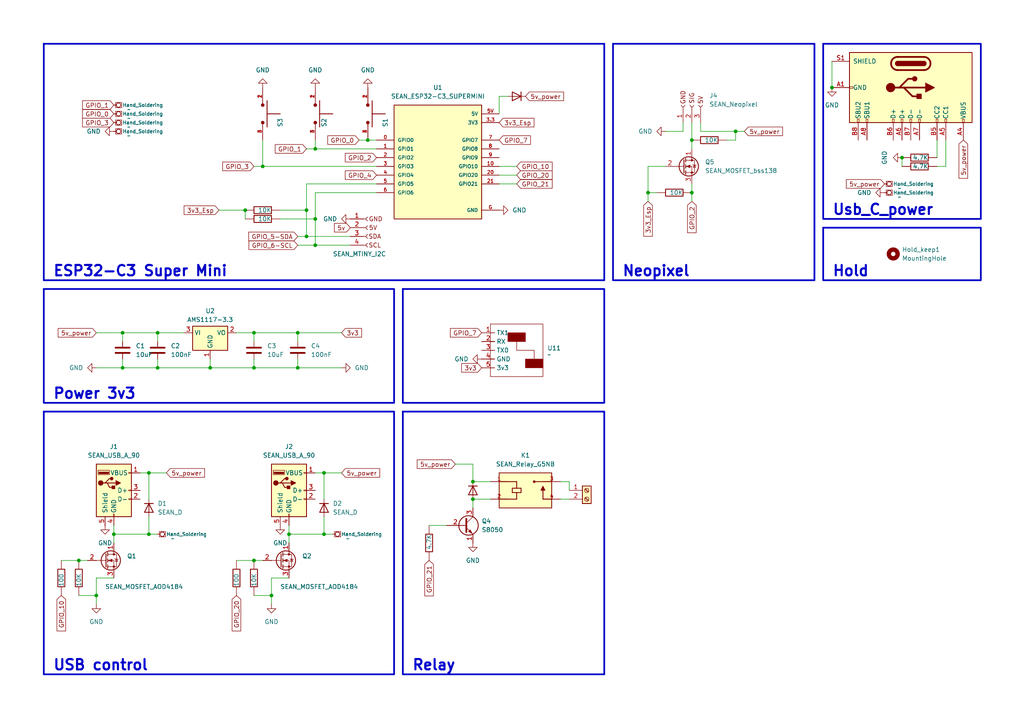
<source format=kicad_sch>
(kicad_sch (version 20231120) (generator "eeschema") (generator_version "8.0")
  (paper "A4")
  (title_block (title "HOMEKIT_TOOL") (date "2024-06-01") (rev "1.0.0"))
  (lib_symbols
    (symbol "Mechanical:MountingHole" (pin_names (offset 1.016)) (exclude_from_sim yes) (in_bom no)
      (property "Reference" "H" (at 0 5.08 0))
      (property "Value" "MountingHole" (at 0 3.175 0))
    )
    (symbol "Regulator_Linear:AMS1117-3.3"
      (property "Reference" "U" (at -3.81 3.175 0))
      (property "Value" "AMS1117-3.3" (at 0 3.175 0))
      (symbol "AMS1117-3.3_1_1"
        (pin power_in line (at 0 -7.62 90) (length 2.54) (name "GND") (number "1"))
        (pin power_out line (at 7.62 0 180) (length 2.54) (name "VO") (number "2"))
        (pin power_in line (at -7.62 0 0) (length 2.54) (name "VI") (number "3"))
      )
    )
    (symbol "SEAN_Device_sym:SEAN_Button_4.2x3.3_SMD_V1" (pin_names (offset 1.016))
      (property "Reference" "S" (at -5.08 6.35 0))
      (property "Value" "SEAN_Button_4.2x3.3_SMD_V1" (at -15.24 -5.08 0))
      (symbol "SEAN_Button_4.2x3.3_SMD_V1_0_0"
        (pin passive line (at -7.62 0 0) (length 5.08) (name "~") (number "1"))
        (pin passive line (at -7.62 0 0) (length 5.08) (name "~") (number "2"))
        (pin passive line (at 7.62 0 180) (length 5.08) (name "~") (number "3"))
        (pin passive line (at 7.62 0 180) (length 5.08) (name "~") (number "4"))
      )
    )
    (symbol "SEAN_Device_sym:SEAN_C" (pin_numbers hide) (pin_names (offset 0.254))
      (property "Reference" "C" (at 0.635 2.54 0))
      (property "Value" "SEAN_C" (at 0.635 -2.54 0))
      (symbol "SEAN_C_1_1"
        (pin passive line (at 0 2.54 270) (length 1.8) (name "~") (number "1"))
        (pin passive line (at 0 -2.54 90) (length 1.8) (name "~") (number "2"))
      )
    )
    (symbol "SEAN_Device_sym:SEAN_D" (pin_numbers hide) (pin_names (offset 1.016) hide)
      (property "Reference" "D" (at 0 2.54 0))
      (property "Value" "SEAN_D" (at 0 -2.54 0))
      (symbol "SEAN_D_1_1"
        (pin passive line (at -2.54 0 0) (length 2.54) (name "K") (number "1"))
        (pin passive line (at 2.54 0 180) (length 2.54) (name "A") (number "2"))
      )
    )
    (symbol "SEAN_Device_sym:SEAN_R" (pin_numbers hide) (pin_names (offset 0))
      (property "Reference" "R" (at 0 0 90))
      (property "Value" "R" (at 0 0 90))
      (symbol "SEAN_R_1_1"
        (pin passive line (at 0 5.08 270) (length 2.5) (name "~") (number "1"))
        (pin passive line (at 0 -5.08 90) (length 2.5) (name "~") (number "2"))
      )
    )
    (symbol "SEAN_ESP:SEAN_ESP32-C3_SUPERMINI" (pin_names (offset 1.016))
      (property "Reference" "U" (at -12.7 16.002 0))
      (property "Value" "SEAN_ESP32-C3_SUPERMINI" (at -12.7 -20.32 0))
      (symbol "SEAN_ESP32-C3_SUPERMINI_0_0"
        (pin bidirectional line (at -17.78 5.08 0) (length 5.08) (name "GPIO0") (number "0"))
        (pin bidirectional line (at -17.78 2.54 0) (length 5.08) (name "GPIO1") (number "1"))
        (pin bidirectional line (at 17.78 -2.54 180) (length 5.08) (name "GPIO10") (number "10"))
        (pin bidirectional line (at -17.78 0 0) (length 5.08) (name "GPIO2") (number "2"))
        (pin bidirectional line (at 17.78 -5.08 180) (length 5.08) (name "GPIO20") (number "20"))
        (pin bidirectional line (at 17.78 -7.62 180) (length 5.08) (name "GPIO21") (number "21"))
        (pin bidirectional line (at -17.78 -2.54 0) (length 5.08) (name "GPIO3") (number "3"))
        (pin power_in line (at 17.78 10.16 180) (length 5.08) (name "3V3") (number "3.3"))
        (pin bidirectional line (at -17.78 -5.08 0) (length 5.08) (name "GPIO4") (number "4"))
        (pin bidirectional line (at -17.78 -7.62 0) (length 5.08) (name "GPIO5") (number "5"))
        (pin power_in line (at 17.78 12.7 180) (length 5.08) (name "5V") (number "5V"))
        (pin bidirectional line (at -17.78 -10.16 0) (length 5.08) (name "GPIO6") (number "6"))
        (pin bidirectional line (at 17.78 5.08 180) (length 5.08) (name "GPIO7") (number "7"))
        (pin bidirectional line (at 17.78 2.54 180) (length 5.08) (name "GPIO8") (number "8"))
        (pin bidirectional line (at 17.78 0 180) (length 5.08) (name "GPIO9") (number "9"))
        (pin power_in line (at 17.78 -15.24 180) (length 5.08) (name "GND") (number "G"))
      )
    )
    (symbol "SEAN_MOSFET:SEAN_MOSFET_AOD4184" (pin_names hide)
      (property "Reference" "Q" (at 5.08 1.905 0))
      (property "Value" "SEAN_MOSFET_AOD4184" (at 5.08 0 0))
      (symbol "SEAN_MOSFET_AOD4184_1_1"
        (pin passive line (at 2.54 5.08 270) (length 2.54) (name "D") (number "1"))
        (pin input line (at -5.08 0 0) (length 2.54) (name "G") (number "2"))
        (pin passive line (at 2.54 -5.08 90) (length 2.54) (name "S") (number "3"))
      )
    )
    (symbol "SEAN_MOSFET:SEAN_MOSFET_bss138" (pin_names hide)
      (property "Reference" "Q" (at 5.08 1.905 0))
      (property "Value" "SEAN_MOSFET_bss138" (at 5.08 0 0))
      (symbol "SEAN_MOSFET_bss138_1_1"
        (pin passive line (at 2.54 5.08 270) (length 2.54) (name "D") (number "1"))
        (pin input line (at -5.08 0 0) (length 2.54) (name "G") (number "2"))
        (pin passive line (at 2.54 -5.08 90) (length 2.54) (name "S") (number "3"))
      )
    )
    (symbol "SEAN_Mtiny:SEAN_MTINY_I2C" (pin_names (offset 1.016) hide)
      (property "Reference" "J" (at 0 5.08 0))
      (property "Value" "SEAN_MTINY_I2C" (at 0 -7.62 0))
      (symbol "SEAN_MTINY_I2C_1_1"
        (text "5V\n" (at 1.524 0 0) (effects (font (size 1.27 1.27))))
        (text "GND\n" (at 2.286 2.54 0) (effects (font (size 1.27 1.27))))
        (text "SCL" (at 2.032 -5.08 0) (effects (font (size 1.27 1.27))))
        (text "SDA\n" (at 2.032 -2.54 0) (effects (font (size 1.27 1.27))))
        (pin passive line (at -5.08 2.54 0) (length 3.81) (name "GND") (number "1"))
        (pin passive line (at -5.08 0 0) (length 3.81) (name "5V") (number "2"))
        (pin passive line (at -5.08 -2.54 0) (length 3.81) (name "SDA") (number "3"))
        (pin passive line (at -5.08 -5.08 0) (length 3.81) (name "SCL") (number "4"))
      )
    )
    (symbol "SEAN_Mtiny:SEAN_Mtiny_Terminal_3.81" (pin_names (offset 1.016) hide)
      (property "Reference" "J" (at 0 2.54 0))
      (property "Value" "SEAN_Mtiny_Terminal_3.81" (at 0 -5.08 0))
      (symbol "SEAN_Mtiny_Terminal_3.81_1_1"
        (pin passive line (at -5.08 0 0) (length 3.81) (name "Pin_1") (number "1"))
        (pin passive line (at -5.08 -2.54 0) (length 3.81) (name "Pin_2") (number "2"))
      )
    )
    (symbol "SEAN_Relay:SEAN_Relay_G5NB" (pin_names (offset 1.016))
      (property "Reference" "K" (at -7.62 6.35 0))
      (property "Value" "SEAN_Relay_G5NB" (at -7.62 -7.62 0))
      (symbol "SEAN_Relay_G5NB_0_0"
        (pin passive line (at -10.16 2.54 0) (length 5.08) (name "~") (number "1"))
        (pin passive line (at -10.16 -2.54 0) (length 5.08) (name "~") (number "2"))
        (pin passive line (at 10.16 2.54 180) (length 5.08) (name "~") (number "3"))
        (pin passive line (at 10.16 -2.54 180) (length 5.08) (name "~") (number "4"))
      )
    )
    (symbol "SEAN_connect:SEAN_Hand_Solderring"
      (property "Reference" "U" (at 0 1.27 0))
      (symbol "SEAN_Hand_Solderring_1_1"
        (pin passive inverted (at 0 0 180) (length 2) (name "Hand_Soldering") (number "1"))
      )
    )
    (symbol "SEAN_connect:SEAN_Neopixel" (pin_names (offset 1.016) hide)
      (property "Reference" "J" (at 0 5.08 0))
      (property "Value" "SEAN_Neopixel" (at -0.254 0.254 0))
      (symbol "SEAN_Neopixel_1_1"
        (text "5V\n" (at 1.524 -2.54 0) (effects (font (size 1.27 1.27))))
        (text "GND\n" (at 2.286 2.54 0) (effects (font (size 1.27 1.27))))
        (text "SIG" (at 2.032 0 0) (effects (font (size 1.27 1.27))))
        (pin passive line (at -5.08 2.54 0) (length 3.81) (name "GND") (number "1"))
        (pin passive line (at -5.08 0 0) (length 3.81) (name "5V") (number "2"))
        (pin passive line (at -5.08 -2.54 0) (length 3.81) (name "SDA") (number "3"))
      )
    )
    (symbol "SEAN_connect:SEAN_USB_A_90" (pin_names (offset 1.016))
      (property "Reference" "J" (at -5.08 11.43 0))
      (property "Value" "SEAN_USB_A_90" (at -5.08 8.89 0))
      (symbol "SEAN_USB_A_90_1_1"
        (pin power_in line (at 7.62 5.08 180) (length 2.54) (name "VBUS") (number "1"))
        (pin bidirectional line (at 7.62 -2.54 180) (length 2.54) (name "D-") (number "2"))
        (pin bidirectional line (at 7.62 0 180) (length 2.54) (name "D+") (number "3"))
        (pin power_in line (at 0 -10.16 90) (length 2.54) (name "GND") (number "4"))
        (pin passive line (at -2.54 -10.16 90) (length 2.54) (name "Shield") (number "5"))
      )
    )
    (symbol "SEAN_connect:SEAN_USB_Type_C" (pin_names (offset 1.016))
      (property "Reference" "J" (at 0 22.225 0))
      (property "Value" "SEAN_USB_Type_C" (at 0 19.685 0))
      (symbol "SEAN_USB_Type_C_1_1"
        (pin passive line (at 0 -22.86 90) (length 5.08) (name "GND") (number "A1"))
        (pin passive line (at 0 -22.86 90) (length 5.08) hide (name "GND") (number "A12"))
        (pin passive line (at 15.24 15.24 180) (length 5.08) (name "VBUS") (number "A4"))
        (pin bidirectional line (at 15.24 10.16 180) (length 5.08) (name "CC1") (number "A5"))
        (pin bidirectional line (at 15.24 -2.54 180) (length 5.08) (name "D+") (number "A6"))
        (pin bidirectional line (at 15.24 2.54 180) (length 5.08) (name "D-") (number "A7"))
        (pin bidirectional line (at 15.24 -12.7 180) (length 5.08) (name "SBU1") (number "A8"))
        (pin passive line (at 15.24 15.24 180) (length 5.08) hide (name "VBUS") (number "A9"))
        (pin passive line (at 0 -22.86 90) (length 5.08) hide (name "GND") (number "B1"))
        (pin passive line (at 0 -22.86 90) (length 5.08) hide (name "GND") (number "B12"))
        (pin passive line (at 15.24 15.24 180) (length 5.08) hide (name "VBUS") (number "B4"))
        (pin bidirectional line (at 15.24 7.62 180) (length 5.08) (name "CC2") (number "B5"))
        (pin bidirectional line (at 15.24 -5.08 180) (length 5.08) (name "D+") (number "B6"))
        (pin bidirectional line (at 15.24 0 180) (length 5.08) (name "D-") (number "B7"))
        (pin bidirectional line (at 15.24 -15.24 180) (length 5.08) (name "SBU2") (number "B8"))
        (pin passive line (at 15.24 15.24 180) (length 5.08) hide (name "VBUS") (number "B9"))
        (pin passive line (at -7.62 -22.86 90) (length 5.08) (name "SHIELD") (number "S1"))
      )
    )
    (symbol "SEAN_mmWare:SEAN_mmWare_Rd-03"
      (property "Reference" "U" (at 0 0 0))
      (symbol "SEAN_mmWare_Rd-03_1_1"
        (pin passive line (at 0 5.08 0) (length 3.81) (name "TX1") (number "1"))
        (pin passive line (at 0 2.54 0) (length 3.81) (name "RX") (number "2"))
        (pin passive line (at 0 0 0) (length 3.81) (name "TX0") (number "3"))
        (pin passive line (at 0 -2.54 0) (length 3.81) (name "GND") (number "4"))
        (pin passive line (at 0 -5.08 0) (length 3.81) (name "3v3") (number "5"))
      )
    )
    (symbol "Transistor_BJT:S8050" (pin_names (offset 0) hide)
      (property "Reference" "Q" (at 5.08 1.905 0))
      (property "Value" "S8050" (at 5.08 0 0))
      (symbol "S8050_1_1"
        (pin passive line (at 2.54 -5.08 90) (length 2.54) (name "E") (number "1"))
        (pin input line (at -5.08 0 0) (length 5.08) (name "B") (number "2"))
        (pin passive line (at 2.54 5.08 270) (length 2.54) (name "C") (number "3"))
      )
    )
    (symbol "power:GND" (power) (pin_numbers hide) (pin_names (offset 0) hide)
      (property "Value" "GND" (at 0 -3.81 0))
      (symbol "GND_1_1"
        (pin power_in line (at 0 0 270) (length 0) (name "~") (number "1"))
      )
    )
  )
  (junction (at 261.62 45.72))
  (junction (at 93.98 154.94))
  (junction (at 43.18 154.94))
  (junction (at 200.66 40.64))
  (junction (at 33.02 154.94))
  (junction (at 213.36 38.1))
  (junction (at 73.66 162.56))
  (junction (at 35.56 96.52))
  (junction (at 106.68 40.64))
  (junction (at 83.82 154.94))
  (junction (at 88.9 60.96))
  (junction (at 45.72 96.52))
  (junction (at 241.3 25.4))
  (junction (at 76.2 48.26))
  (junction (at 137.16 144.78))
  (junction (at 86.36 106.68))
  (junction (at 91.44 43.18))
  (junction (at 91.44 71.12))
  (junction (at 73.66 96.52))
  (junction (at 78.74 172.72))
  (junction (at 137.16 139.7))
  (junction (at 73.66 106.68))
  (junction (at 43.18 137.16))
  (junction (at 60.96 106.68))
  (junction (at 35.56 106.68))
  (junction (at 93.98 137.16))
  (junction (at 91.44 63.5))
  (junction (at 71.12 60.96))
  (junction (at 86.36 96.52))
  (junction (at 88.9 68.58))
  (junction (at 27.94 172.72))
  (junction (at 22.86 162.56))
  (junction (at 187.96 55.88))
  (junction (at 45.72 106.68))
  (junction (at 200.66 55.88))
  (wire (pts (xy 60.96 106.68) (xy 45.72 106.68)))
  (wire (pts (xy 241.3 17.78) (xy 241.3 25.4)))
  (wire (pts (xy 73.66 106.68) (xy 60.96 106.68)))
  (wire (pts (xy 81.28 60.96) (xy 88.9 60.96)))
  (wire (pts (xy 137.16 147.32) (xy 137.16 144.78)))
  (wire (pts (xy 93.98 137.16) (xy 91.44 137.16)))
  (wire (pts (xy 27.94 96.52) (xy 35.56 96.52)))
  (wire (pts (xy 200.66 40.64) (xy 200.66 43.18)))
  (wire (pts (xy 33.02 154.94) (xy 43.18 154.94)))
  (wire (pts (xy 91.44 43.18) (xy 109.22 43.18)))
  (wire (pts (xy 210.82 40.64) (xy 213.36 40.64)))
  (wire (pts (xy 93.98 137.16) (xy 93.98 144.78)))
  (wire (pts (xy 27.94 167.64) (xy 33.02 167.64)))
  (wire (pts (xy 63.5 60.96) (xy 71.12 60.96)))
  (wire (pts (xy 261.62 45.72) (xy 261.62 48.26)))
  (wire (pts (xy 33.02 154.94) (xy 33.02 157.48)))
  (wire (pts (xy 86.36 104.14) (xy 86.36 106.68)))
  (wire (pts (xy 83.82 154.94) (xy 93.98 154.94)))
  (wire (pts (xy 132.08 134.62) (xy 137.16 134.62)))
  (wire (pts (xy 149.86 50.8) (xy 144.78 50.8)))
  (wire (pts (xy 73.66 162.56) (xy 76.2 162.56)))
  (wire (pts (xy 187.96 48.26) (xy 193.04 48.26)))
  (wire (pts (xy 35.56 96.52) (xy 45.72 96.52)))
  (wire (pts (xy 187.96 58.42) (xy 187.96 55.88)))
  (wire (pts (xy 43.18 137.16) (xy 40.64 137.16)))
  (wire (pts (xy 83.82 152.4) (xy 83.82 154.94)))
  (wire (pts (xy 88.9 53.34) (xy 88.9 60.96)))
  (wire (pts (xy 271.78 40.64) (xy 271.78 45.72)))
  (wire (pts (xy 78.74 172.72) (xy 78.74 167.64)))
  (wire (pts (xy 22.86 172.72) (xy 27.94 172.72)))
  (wire (pts (xy 149.86 48.26) (xy 144.78 48.26)))
  (wire (pts (xy 78.74 167.64) (xy 83.82 167.64)))
  (wire (pts (xy 33.02 152.4) (xy 33.02 154.94)))
  (wire (pts (xy 187.96 55.88) (xy 190.5 55.88)))
  (wire (pts (xy 45.72 106.68) (xy 35.56 106.68)))
  (wire (pts (xy 106.68 40.64) (xy 109.22 40.64)))
  (wire (pts (xy 93.98 137.16) (xy 99.06 137.16)))
  (wire (pts (xy 73.66 172.72) (xy 78.74 172.72)))
  (wire (pts (xy 45.72 96.52) (xy 53.34 96.52)))
  (wire (pts (xy 165.1 139.7) (xy 162.56 139.7)))
  (wire (pts (xy 86.36 96.52) (xy 99.06 96.52)))
  (wire (pts (xy 73.66 96.52) (xy 86.36 96.52)))
  (wire (pts (xy 35.56 104.14) (xy 35.56 106.68)))
  (wire (pts (xy 91.44 55.88) (xy 91.44 63.5)))
  (wire (pts (xy 200.66 58.42) (xy 200.66 55.88)))
  (wire (pts (xy 86.36 71.12) (xy 91.44 71.12)))
  (wire (pts (xy 88.9 60.96) (xy 88.9 68.58)))
  (wire (pts (xy 200.66 35.56) (xy 200.66 40.64)))
  (wire (pts (xy 86.36 106.68) (xy 99.06 106.68)))
  (wire (pts (xy 73.66 99.06) (xy 73.66 96.52)))
  (wire (pts (xy 45.72 104.14) (xy 45.72 106.68)))
  (wire (pts (xy 81.28 63.5) (xy 91.44 63.5)))
  (wire (pts (xy 200.66 55.88) (xy 200.66 53.34)))
  (wire (pts (xy 78.74 172.72) (xy 78.74 175.26)))
  (wire (pts (xy 91.44 55.88) (xy 109.22 55.88)))
  (wire (pts (xy 45.72 99.06) (xy 45.72 96.52)))
  (wire (pts (xy 144.78 27.94) (xy 144.78 33.02)))
  (wire (pts (xy 86.36 99.06) (xy 86.36 96.52)))
  (wire (pts (xy 45.72 154.94) (xy 43.18 154.94)))
  (wire (pts (xy 93.98 154.94) (xy 93.98 149.86)))
  (wire (pts (xy 91.44 71.12) (xy 101.6 71.12)))
  (wire (pts (xy 71.12 60.96) (xy 71.12 63.5)))
  (wire (pts (xy 93.98 154.94) (xy 96.52 154.94)))
  (wire (pts (xy 203.2 38.1) (xy 203.2 35.56)))
  (wire (pts (xy 149.86 53.34) (xy 144.78 53.34)))
  (wire (pts (xy 187.96 48.26) (xy 187.96 55.88)))
  (wire (pts (xy 198.12 38.1) (xy 198.12 35.56)))
  (wire (pts (xy 91.44 40.64) (xy 91.44 43.18)))
  (wire (pts (xy 73.66 48.26) (xy 76.2 48.26)))
  (wire (pts (xy 83.82 154.94) (xy 83.82 157.48)))
  (wire (pts (xy 27.94 167.64) (xy 27.94 172.72)))
  (wire (pts (xy 215.9 38.1) (xy 213.36 38.1)))
  (wire (pts (xy 213.36 38.1) (xy 203.2 38.1)))
  (wire (pts (xy 17.78 162.56) (xy 22.86 162.56)))
  (wire (pts (xy 76.2 48.26) (xy 109.22 48.26)))
  (wire (pts (xy 162.56 144.78) (xy 165.1 144.78)))
  (wire (pts (xy 27.94 172.72) (xy 27.94 175.26)))
  (wire (pts (xy 43.18 154.94) (xy 43.18 149.86)))
  (wire (pts (xy 124.46 152.4) (xy 129.54 152.4)))
  (wire (pts (xy 274.32 40.64) (xy 274.32 48.26)))
  (wire (pts (xy 137.16 134.62) (xy 137.16 139.7)))
  (wire (pts (xy 22.86 162.56) (xy 25.4 162.56)))
  (wire (pts (xy 73.66 104.14) (xy 73.66 106.68)))
  (wire (pts (xy 193.04 38.1) (xy 198.12 38.1)))
  (wire (pts (xy 86.36 68.58) (xy 88.9 68.58)))
  (wire (pts (xy 35.56 106.68) (xy 27.94 106.68)))
  (wire (pts (xy 137.16 144.78) (xy 142.24 144.78)))
  (wire (pts (xy 104.14 40.64) (xy 106.68 40.64)))
  (wire (pts (xy 86.36 106.68) (xy 73.66 106.68)))
  (wire (pts (xy 165.1 142.24) (xy 165.1 139.7)))
  (wire (pts (xy 68.58 162.56) (xy 73.66 162.56)))
  (wire (pts (xy 68.58 96.52) (xy 73.66 96.52)))
  (wire (pts (xy 88.9 53.34) (xy 109.22 53.34)))
  (wire (pts (xy 271.78 48.26) (xy 274.32 48.26)))
  (wire (pts (xy 76.2 40.64) (xy 76.2 48.26)))
  (wire (pts (xy 213.36 40.64) (xy 213.36 38.1)))
  (wire (pts (xy 144.78 27.94) (xy 147.32 27.94)))
  (wire (pts (xy 88.9 43.18) (xy 91.44 43.18)))
  (wire (pts (xy 43.18 137.16) (xy 48.26 137.16)))
  (wire (pts (xy 43.18 137.16) (xy 43.18 144.78)))
  (wire (pts (xy 35.56 99.06) (xy 35.56 96.52)))
  (wire (pts (xy 88.9 68.58) (xy 101.6 68.58)))
  (wire (pts (xy 137.16 139.7) (xy 142.24 139.7)))
  (wire (pts (xy 91.44 63.5) (xy 91.44 71.12)))
  (wire (pts (xy 60.96 104.14) (xy 60.96 106.68)))
  (rectangle (start 238.76 12.7) (end 284.48 63.5) (stroke (width 0.5)))
  (rectangle (start 238.76 66.04) (end 284.48 81.28) (stroke (width 0.5)))
  (rectangle (start 12.7 119.38) (end 114.3 195.58) (stroke (width 0.5)))
  (rectangle (start 12.7 12.7) (end 175.26 81.28) (stroke (width 0.5)))
  (rectangle (start 116.84 83.82) (end 175.26 116.84) (stroke (width 0.5)))
  (rectangle (start 116.84 119.38) (end 175.26 195.58) (stroke (width 0.5)))
  (rectangle (start 12.7 83.82) (end 114.3 116.84) (stroke (width 0.5)))
  (rectangle (start 177.8 12.7) (end 236.22 81.28) (stroke (width 0.5)))
  (text "Relay" (at 119.38 193.04 0) (effects (font (size 3 3) (thickness 0.6) (bold yes)) (justify left)))
  (text "Power 3v3" (at 15.24 114.3 0) (effects (font (size 3 3) (thickness 0.6) (bold yes)) (justify left)))
  (text "ESP32-C3 Super Mini\n" (at 15.24 78.74 0) (effects (font (size 3 3) (thickness 0.6) (bold yes)) (justify left)))
  (text "Hold\n" (at 241.3 78.74 0) (effects (font (size 3 3) (thickness 0.6) (bold yes)) (justify left)))
  (text "Usb_C_power" (at 241.3 60.96 0) (effects (font (size 3 3) (thickness 0.6) (bold yes)) (justify left)))
  (text "Neopixel" (at 180.34 78.74 0) (effects (font (size 3 3) (thickness 0.6) (bold yes)) (justify left)))
  (text "USB control" (at 15.24 193.04 0) (effects (font (size 3 3) (thickness 0.6) (bold yes)) (justify left)))
  (global_label "GPIO_20" (shape input) (at 68.58 172.72 270) (property "Intersheetrefs" "${INTERSHEET_REFS}" (effects (hide yes))))
  (global_label "GPIO_7" (shape input) (at 139.7 96.52 180) (property "Intersheetrefs" "${INTERSHEET_REFS}" (effects (hide yes))))
  (global_label "GPIO_0" (shape input) (at 104.14 40.64 180) (property "Intersheetrefs" "${INTERSHEET_REFS}" (effects (hide yes))))
  (global_label "GPIO_21" (shape input) (at 149.86 53.34 0) (property "Intersheetrefs" "${INTERSHEET_REFS}" (effects (hide yes))))
  (global_label "GPIO_10" (shape input) (at 149.86 48.26 0) (property "Intersheetrefs" "${INTERSHEET_REFS}" (effects (hide yes))))
  (global_label "5v" (shape input) (at 101.6 66.04 180) (property "Intersheetrefs" "${INTERSHEET_REFS}" (effects (hide yes))))
  (global_label "3v3" (shape input) (at 99.06 96.52 0) (property "Intersheetrefs" "${INTERSHEET_REFS}" (effects (hide yes))))
  (global_label "GPIO_5-SDA" (shape input) (at 86.36 68.58 180) (property "Intersheetrefs" "${INTERSHEET_REFS}" (effects (hide yes))))
  (global_label "5v_power" (shape input) (at 215.9 38.1 0) (property "Intersheetrefs" "${INTERSHEET_REFS}" (effects (hide yes))))
  (global_label "GPIO_2" (shape input) (at 200.66 58.42 270) (property "Intersheetrefs" "${INTERSHEET_REFS}" (effects (hide yes))))
  (global_label "GPIO_0" (shape input) (at 33.02 33.02 180) (property "Intersheetrefs" "${INTERSHEET_REFS}" (effects (hide yes))))
  (global_label "5v_power" (shape input) (at 132.08 134.62 180) (property "Intersheetrefs" "${INTERSHEET_REFS}" (effects (hide yes))))
  (global_label "GPIO_1" (shape input) (at 88.9 43.18 180) (property "Intersheetrefs" "${INTERSHEET_REFS}" (effects (hide yes))))
  (global_label "5v_power" (shape input) (at 152.4 27.94 0) (property "Intersheetrefs" "${INTERSHEET_REFS}" (effects (hide yes))))
  (global_label "GPIO_3" (shape input) (at 33.02 35.56 180) (property "Intersheetrefs" "${INTERSHEET_REFS}" (effects (hide yes))))
  (global_label "5v_power" (shape input) (at 256.54 53.34 180) (property "Intersheetrefs" "${INTERSHEET_REFS}" (effects (hide yes))))
  (global_label "5v_power" (shape input) (at 279.4 40.64 270) (property "Intersheetrefs" "${INTERSHEET_REFS}" (effects (hide yes))))
  (global_label "GPIO_10" (shape input) (at 17.78 172.72 270) (property "Intersheetrefs" "${INTERSHEET_REFS}" (effects (hide yes))))
  (global_label "GPIO_20" (shape input) (at 149.86 50.8 0) (property "Intersheetrefs" "${INTERSHEET_REFS}" (effects (hide yes))))
  (global_label "5v_power" (shape input) (at 27.94 96.52 180) (property "Intersheetrefs" "${INTERSHEET_REFS}" (effects (hide yes))))
  (global_label "5v_power" (shape input) (at 48.26 137.16 0) (property "Intersheetrefs" "${INTERSHEET_REFS}" (effects (hide yes))))
  (global_label "GPIO_2" (shape input) (at 109.22 45.72 180) (property "Intersheetrefs" "${INTERSHEET_REFS}" (effects (hide yes))))
  (global_label "3v3_Esp" (shape input) (at 63.5 60.96 180) (property "Intersheetrefs" "${INTERSHEET_REFS}" (effects (hide yes))))
  (global_label "3v3_Esp" (shape input) (at 187.96 58.42 270) (property "Intersheetrefs" "${INTERSHEET_REFS}" (effects (hide yes))))
  (global_label "GPIO_1" (shape input) (at 33.02 30.48 180) (property "Intersheetrefs" "${INTERSHEET_REFS}" (effects (hide yes))))
  (global_label "GPIO_4" (shape input) (at 109.22 50.8 180) (property "Intersheetrefs" "${INTERSHEET_REFS}" (effects (hide yes))))
  (global_label "GPIO_3" (shape input) (at 73.66 48.26 180) (property "Intersheetrefs" "${INTERSHEET_REFS}" (effects (hide yes))))
  (global_label "GPIO_7" (shape input) (at 144.78 40.64 0) (property "Intersheetrefs" "${INTERSHEET_REFS}" (effects (hide yes))))
  (global_label "3v3" (shape input) (at 139.7 106.68 180) (property "Intersheetrefs" "${INTERSHEET_REFS}" (effects (hide yes))))
  (global_label "GPIO_6-SCL" (shape input) (at 86.36 71.12 180) (property "Intersheetrefs" "${INTERSHEET_REFS}" (effects (hide yes))))
  (global_label "GPIO_21" (shape input) (at 124.46 162.56 270) (property "Intersheetrefs" "${INTERSHEET_REFS}" (effects (hide yes))))
  (global_label "3v3_Esp" (shape input) (at 144.78 35.56 0) (property "Intersheetrefs" "${INTERSHEET_REFS}" (effects (hide yes))))
  (global_label "5v_power" (shape input) (at 99.06 137.16 0) (property "Intersheetrefs" "${INTERSHEET_REFS}" (effects (hide yes))))
  (symbol (lib_id "power:GND") (at 137.16 157.48 0) (unit 1)
    (property "Reference" "#PWR011" (effects (hide yes)))
    (property "Value" "GND" (at 137.16 162.56 0))
    (property "Description" "Power symbol creates a global label with name \"GND\" , ground" (effects (hide yes)))
  )
  (symbol (lib_id "power:GND") (at 101.6 63.5 270) (unit 1)
    (property "Reference" "#PWR08" (effects (hide yes)))
    (property "Value" "GND" (at 97.79 63.4999 90) (effects (justify right)))
    (property "Description" "Power symbol creates a global label with name \"GND\" , ground" (effects (hide yes)))
  )
  (symbol (lib_id "SEAN_connect:SEAN_Hand_Solderring") (at 256.54 53.34 180) (unit 1)
    (property "Reference" "U5" (effects (hide yes)))
    (property "Value" "~" (at 260.35 54.61 0) (effects (justify right)))
    (property "Footprint" "SEAN_connect:SEAN_Hand_Solderring" (effects (hide yes)))
  )
  (symbol (lib_id "SEAN_Device_sym:SEAN_D") (at 43.18 147.32 270) (unit 1)
    (property "Reference" "D1" (at 45.72 146.0499 90) (effects (justify left)))
    (property "Value" "SEAN_D" (at 45.72 148.5899 90) (effects (justify left)))
    (property "Footprint" "SEAN_Device_sym:SEAN_Diode_1N4007" (effects (hide yes)))
    (property "Description" "Diode" (effects (hide yes)))
    (property "Sim.Device" "D" (effects (hide yes)))
    (property "Sim.Pins" "1=K 2=A" (effects (hide yes)))
  )
  (symbol (lib_id "SEAN_Device_sym:SEAN_R") (at 76.2 60.96 90) (unit 1)
    (property "Reference" "R8" (effects (hide yes)))
    (property "Value" "10K" (at 78.74 60.96 90) (effects (justify left)))
    (property "Footprint" "Resistor_SMD:R_0603_1608Metric_Pad0.98x0.95mm_HandSolder" (effects (hide yes)))
    (property "Description" "Resistor" (effects (hide yes)))
  )
  (symbol (lib_id "SEAN_Device_sym:SEAN_Button_4.2x3.3_SMD_V1") (at 106.68 33.02 270) (unit 1)
    (property "Reference" "S1" (at 111.76 35.56 0))
    (property "Value" "SEAN_Button_4.2x3.3_SMD_V1" (effects (hide yes)))
    (property "Footprint" "SEAN_Device_sym:SEAN_Button_4.2x3.3_SMD_V1" (effects (hide yes)))
    (property "Description" "\nSwitch Tactile N.O. SPST Button J-Bend 0.05A 16VDC 1.57N SMD Automotive T/R\n" (effects (hide yes)))
    (property "MF" "ALPS" (effects (hide yes)))
    (property "MAXIMUM_PACKAGE_HEIGHT" "2.5 mm" (effects (hide yes)))
    (property "Package" "None" (effects (hide yes)))
    (property "Price" "None" (effects (hide yes)))
    (property "Check_prices" "https://www.snapeda.com/parts/SKRPABE010/ALPS/view-part/?ref=eda" (effects (hide yes)))
    (property "STANDARD" "Manufacturer Recommendations" (effects (hide yes)))
    (property "SnapEDA_Link" "https://www.snapeda.com/parts/SKRPABE010/ALPS/view-part/?ref=snap" (effects (hide yes)))
    (property "MP" "SKRPABE010" (effects (hide yes)))
    (property "Purchase-URL" "https://www.snapeda.com/api/url_track_click_mouser/?unipart_id=652544&manufacturer=ALPS&part_name=SKRPABE010&search_term=None" (effects (hide yes)))
    (property "Availability" "In Stock" (effects (hide yes)))
    (property "MANUFACTURER" "Alps" (effects (hide yes)))
  )
  (symbol (lib_id "SEAN_connect:SEAN_Hand_Solderring") (at 33.02 33.02 180) (unit 1)
    (property "Reference" "U6" (effects (hide yes)))
    (property "Value" "~" (at 36.83 34.29 0) (effects (justify right)))
    (property "Footprint" "SEAN_connect:SEAN_Hand_Solderring" (effects (hide yes)))
  )
  (symbol (lib_id "power:GND") (at 193.04 38.1 270) (unit 1)
    (property "Reference" "#PWR09" (effects (hide yes)))
    (property "Value" "GND" (at 189.23 38.0999 90) (effects (justify right)))
    (property "Description" "Power symbol creates a global label with name \"GND\" , ground" (effects (hide yes)))
  )
  (symbol (lib_id "power:GND") (at 81.28 152.4 0) (unit 1)
    (property "Reference" "#PWR016" (effects (hide yes)))
    (property "Value" "GND" (at 81.28 157.48 0))
    (property "Description" "Power symbol creates a global label with name \"GND\" , ground" (effects (hide yes)))
  )
  (symbol (lib_id "power:GND") (at 139.7 104.14 270) (unit 1)
    (property "Reference" "#PWR012" (effects (hide yes)))
    (property "Value" "GND" (at 135.89 104.1399 90) (effects (justify right)))
    (property "Description" "Power symbol creates a global label with name \"GND\" , ground" (effects (hide yes)))
  )
  (symbol (lib_id "SEAN_Device_sym:SEAN_R") (at 205.74 40.64 90) (unit 1)
    (property "Reference" "R9" (effects (hide yes)))
    (property "Value" "10K" (at 208.28 40.64 90) (effects (justify left)))
    (property "Footprint" "Resistor_SMD:R_0603_1608Metric_Pad0.98x0.95mm_HandSolder" (effects (hide yes)))
    (property "Description" "Resistor" (effects (hide yes)))
  )
  (symbol (lib_id "Regulator_Linear:AMS1117-3.3") (at 60.96 96.52 0) (unit 1)
    (property "Reference" "U2" (at 60.96 90.17 0))
    (property "Value" "AMS1117-3.3" (at 60.96 92.71 0))
    (property "Footprint" "Package_TO_SOT_SMD:SOT-223-3_TabPin2" (effects (hide yes)))
    (property "Datasheet" "http://www.advanced-monolithic.com/pdf/ds1117.pdf" (effects (hide yes)))
    (property "Description" "1A Low Dropout regulator, positive, 3.3V fixed output, SOT-223" (effects (hide yes)))
  )
  (symbol (lib_id "SEAN_Mtiny:SEAN_MTINY_I2C") (at 106.68 66.04 0) (unit 1)
    (property "Reference" "J5" (effects (hide yes)))
    (property "Value" "SEAN_MTINY_I2C" (at 96.52 73.66 0) (effects (justify left)))
    (property "Footprint" "SEAN_Mtiny:SEAN_Mtiny_I2C" (effects (hide yes)))
  )
  (symbol (lib_id "Transistor_BJT:S8050") (at 134.62 152.4 0) (unit 1)
    (property "Reference" "Q4" (at 139.7 151.1299 0) (effects (justify left)))
    (property "Value" "S8050" (at 139.7 153.6699 0) (effects (justify left)))
    (property "Footprint" "Package_TO_SOT_SMD:SOT-23-3" (effects (hide yes)))
    (property "Datasheet" "http://www.unisonic.com.tw/datasheet/S8050.pdf" (effects (hide yes)))
    (property "Description" "0.7A Ic, 20V Vce, Low Voltage High Current NPN Transistor, TO-92" (effects (hide yes)))
  )
  (symbol (lib_id "SEAN_connect:SEAN_Hand_Solderring") (at 33.02 38.1 180) (unit 1)
    (property "Reference" "U3" (effects (hide yes)))
    (property "Value" "~" (at 36.83 39.37 0) (effects (justify right)))
    (property "Footprint" "SEAN_connect:SEAN_Hand_Solderring" (effects (hide yes)))
  )
  (symbol (lib_id "power:GND") (at 241.3 25.4 0) (unit 1)
    (property "Reference" "#PWR015" (effects (hide yes)))
    (property "Value" "GND" (at 241.3 30.48 0))
    (property "Description" "Power symbol creates a global label with name \"GND\" , ground" (effects (hide yes)))
  )
  (symbol (lib_id "SEAN_Device_sym:SEAN_C") (at 86.36 101.6 0) (unit 1)
    (property "Reference" "C4" (at 90.17 100.33 0) (effects (justify left)))
    (property "Value" "100nF" (at 90.17 102.87 0) (effects (justify left)))
    (property "Footprint" "Capacitor_SMD:C_0603_1608Metric_Pad1.08x0.95mm_HandSolder" (effects (hide yes)))
    (property "Description" "Unpolarized capacitor" (effects (hide yes)))
  )
  (symbol (lib_id "SEAN_connect:SEAN_USB_A_90") (at 83.82 142.24 0) (unit 1)
    (property "Reference" "J2" (at 83.82 129.54 0))
    (property "Value" "SEAN_USB_A_90" (at 83.82 132.08 0))
    (property "Footprint" "SEAN_connect:SEAN_USB_A_90" (effects (hide yes)))
    (property "Datasheet" " ~" (effects (hide yes)))
    (property "Description" "USB Type A connector" (effects (hide yes)))
  )
  (symbol (lib_id "SEAN_Device_sym:SEAN_R") (at 68.58 167.64 0) (unit 1)
    (property "Reference" "R5" (effects (hide yes)))
    (property "Value" "100" (at 68.58 170.18 90) (effects (justify left)))
    (property "Footprint" "Resistor_SMD:R_0603_1608Metric_Pad0.98x0.95mm_HandSolder" (effects (hide yes)))
    (property "Description" "Resistor" (effects (hide yes)))
  )
  (symbol (lib_id "SEAN_Device_sym:SEAN_D") (at 137.16 142.24 270) (unit 1)
    (property "Reference" "D3" (effects (hide yes)))
    (property "Value" "SEAN_D" (effects (hide yes)))
    (property "Footprint" "SEAN_Device_sym:SEAN_Diode_1N4007" (effects (hide yes)))
    (property "Description" "Diode" (effects (hide yes)))
    (property "Sim.Device" "D" (effects (hide yes)))
    (property "Sim.Pins" "1=K 2=A" (effects (hide yes)))
  )
  (symbol (lib_id "SEAN_Device_sym:SEAN_R") (at 17.78 167.64 0) (unit 1)
    (property "Reference" "R4" (effects (hide yes)))
    (property "Value" "100" (at 17.78 170.18 90) (effects (justify left)))
    (property "Footprint" "Resistor_SMD:R_0603_1608Metric_Pad0.98x0.95mm_HandSolder" (effects (hide yes)))
    (property "Description" "Resistor" (effects (hide yes)))
  )
  (symbol (lib_id "SEAN_Device_sym:SEAN_R") (at 124.46 157.48 180) (unit 1)
    (property "Reference" "R3" (effects (hide yes)))
    (property "Value" "4.7K" (at 124.46 154.94 90) (effects (justify left)))
    (property "Footprint" "Resistor_SMD:R_0603_1608Metric_Pad0.98x0.95mm_HandSolder" (effects (hide yes)))
    (property "Description" "Resistor" (effects (hide yes)))
  )
  (symbol (lib_id "SEAN_connect:SEAN_Hand_Solderring") (at 256.54 55.88 180) (unit 1)
    (property "Reference" "U8" (effects (hide yes)))
    (property "Value" "~" (at 260.35 57.15 0) (effects (justify right)))
    (property "Footprint" "SEAN_connect:SEAN_Hand_Solderring" (effects (hide yes)))
  )
  (symbol (lib_id "Mechanical:MountingHole") (at 259.08 73.66 0) (unit 1)
    (property "Reference" "Hold_keep1" (at 261.62 72.3899 0) (effects (justify left)))
    (property "Value" "MountingHole" (at 261.62 74.9299 0) (effects (justify left)))
    (property "Footprint" "SEAN_MountingHole:SEAN_MountingHole_3mm_isolated" (effects (hide yes)))
    (property "Description" "Mounting Hole without connection" (effects (hide yes)))
  )
  (symbol (lib_id "SEAN_connect:SEAN_USB_Type_C") (at 264.16 25.4 270) (unit 1)
    (property "Reference" "J7" (effects (hide yes)))
    (property "Value" "SEAN_USB_Type_C" (effects (hide yes)))
    (property "Footprint" "SEAN_connect:SEAN_USB_Type_C" (effects (hide yes)))
    (property "Datasheet" "https://www.usb.org/sites/default/files/documents/usb_type-c.zip" (effects (hide yes)))
    (property "Description" "USB 2.0-only 16P Type-C Receptacle connector" (effects (hide yes)))
  )
  (symbol (lib_id "SEAN_connect:SEAN_USB_A_90") (at 33.02 142.24 0) (unit 1)
    (property "Reference" "J1" (at 33.02 129.54 0))
    (property "Value" "SEAN_USB_A_90" (at 33.02 132.08 0))
    (property "Footprint" "SEAN_connect:SEAN_USB_A_90" (effects (hide yes)))
    (property "Datasheet" " ~" (effects (hide yes)))
    (property "Description" "USB Type A connector" (effects (hide yes)))
  )
  (symbol (lib_id "SEAN_ESP:SEAN_ESP32-C3_SUPERMINI") (at 127 45.72 0) (unit 1)
    (property "Reference" "U1" (at 127 25.4 0))
    (property "Value" "SEAN_ESP32-C3_SUPERMINI" (at 127 27.94 0))
    (property "Footprint" "SEAN_ESP:SEAN_ESP32-C3_SUPERMINI" (effects (hide yes)))
    (property "MF" "Espressif Systems" (effects (hide yes)))
    (property "MAXIMUM_PACKAGE_HEIGHT" "4.2mm" (effects (hide yes)))
    (property "Package" "Package" (effects (hide yes)))
    (property "Price" "None" (effects (hide yes)))
    (property "Check_prices" "https://www.snapeda.com/parts/ESP32-C3%20SuperMini/Espressif+Systems/view-part/?ref=eda" (effects (hide yes)))
    (property "STANDARD" "Manufacturer Recommendations" (effects (hide yes)))
    (property "SnapEDA_Link" "https://www.snapeda.com/parts/ESP32-C3%20SuperMini/Espressif+Systems/view-part/?ref=snap" (effects (hide yes)))
    (property "MP" "ESP32-C3 SuperMini" (effects (hide yes)))
    (property "Description_1" "\nSuper tiny ESP32-C3 board\n" (effects (hide yes)))
    (property "Availability" "Not in stock" (effects (hide yes)))
    (property "MANUFACTURER" "Espressif" (effects (hide yes)))
  )
  (symbol (lib_id "SEAN_Device_sym:SEAN_C") (at 45.72 101.6 0) (unit 1)
    (property "Reference" "C2" (at 49.53 100.33 0) (effects (justify left)))
    (property "Value" "100nF" (at 49.53 102.87 0) (effects (justify left)))
    (property "Footprint" "Capacitor_SMD:C_0603_1608Metric_Pad1.08x0.95mm_HandSolder" (effects (hide yes)))
    (property "Description" "Unpolarized capacitor" (effects (hide yes)))
  )
  (symbol (lib_id "power:GND") (at 76.2 25.4 180) (unit 1)
    (property "Reference" "#PWR05" (effects (hide yes)))
    (property "Value" "GND" (at 76.2 20.32 0))
    (property "Description" "Power symbol creates a global label with name \"GND\" , ground" (effects (hide yes)))
  )
  (symbol (lib_id "power:GND") (at 33.02 38.1 270) (unit 1)
    (property "Reference" "#PWR014" (effects (hide yes)))
    (property "Value" "GND" (at 29.21 38.0999 90) (effects (justify right)))
    (property "Description" "Power symbol creates a global label with name \"GND\" , ground" (effects (hide yes)))
  )
  (symbol (lib_id "power:GND") (at 99.06 106.68 90) (unit 1)
    (property "Reference" "#PWR02" (effects (hide yes)))
    (property "Value" "GND" (at 102.87 106.6799 90) (effects (justify right)))
    (property "Description" "Power symbol creates a global label with name \"GND\" , ground" (effects (hide yes)))
  )
  (symbol (lib_id "SEAN_Device_sym:SEAN_Button_4.2x3.3_SMD_V1") (at 76.2 33.02 270) (unit 1)
    (property "Reference" "S3" (at 81.28 35.56 0))
    (property "Value" "SEAN_Button_4.2x3.3_SMD_V1" (effects (hide yes)))
    (property "Footprint" "SEAN_Device_sym:SEAN_Button_4.2x3.3_SMD_V1" (effects (hide yes)))
    (property "Description" "\nSwitch Tactile N.O. SPST Button J-Bend 0.05A 16VDC 1.57N SMD Automotive T/R\n" (effects (hide yes)))
    (property "MF" "ALPS" (effects (hide yes)))
    (property "MAXIMUM_PACKAGE_HEIGHT" "2.5 mm" (effects (hide yes)))
    (property "Package" "None" (effects (hide yes)))
    (property "Price" "None" (effects (hide yes)))
    (property "Check_prices" "https://www.snapeda.com/parts/SKRPABE010/ALPS/view-part/?ref=eda" (effects (hide yes)))
    (property "STANDARD" "Manufacturer Recommendations" (effects (hide yes)))
    (property "SnapEDA_Link" "https://www.snapeda.com/parts/SKRPABE010/ALPS/view-part/?ref=snap" (effects (hide yes)))
    (property "MP" "SKRPABE010" (effects (hide yes)))
    (property "Purchase-URL" "https://www.snapeda.com/api/url_track_click_mouser/?unipart_id=652544&manufacturer=ALPS&part_name=SKRPABE010&search_term=None" (effects (hide yes)))
    (property "Availability" "In Stock" (effects (hide yes)))
    (property "MANUFACTURER" "Alps" (effects (hide yes)))
  )
  (symbol (lib_id "SEAN_Device_sym:SEAN_D") (at 93.98 147.32 270) (unit 1)
    (property "Reference" "D2" (at 96.52 146.0499 90) (effects (justify left)))
    (property "Value" "SEAN_D" (at 96.52 148.5899 90) (effects (justify left)))
    (property "Footprint" "SEAN_Device_sym:SEAN_Diode_1N4007" (effects (hide yes)))
    (property "Description" "Diode" (effects (hide yes)))
    (property "Sim.Device" "D" (effects (hide yes)))
    (property "Sim.Pins" "1=K 2=A" (effects (hide yes)))
  )
  (symbol (lib_id "SEAN_Device_sym:SEAN_R") (at 73.66 167.64 0) (unit 1)
    (property "Reference" "R2" (effects (hide yes)))
    (property "Value" "10K" (at 73.66 170.18 90) (effects (justify left)))
    (property "Footprint" "Resistor_SMD:R_0603_1608Metric_Pad0.98x0.95mm_HandSolder" (effects (hide yes)))
    (property "Description" "Resistor" (effects (hide yes)))
  )
  (symbol (lib_id "power:GND") (at 106.68 25.4 180) (unit 1)
    (property "Reference" "#PWR07" (effects (hide yes)))
    (property "Value" "GND" (at 106.68 20.32 0))
    (property "Description" "Power symbol creates a global label with name \"GND\" , ground" (effects (hide yes)))
  )
  (symbol (lib_id "SEAN_Mtiny:SEAN_Mtiny_Terminal_3.81") (at 170.18 142.24 0) (unit 1)
    (property "Reference" "SEAN_Mtiny_Terminal_3.81" (effects (hide yes)))
    (property "Value" "SEAN_Mtiny_Terminal_3.81" (effects (hide yes)))
    (property "Footprint" "SEAN_Mtiny:SEAN_Mtiny_Terminal_3.81" (effects (hide yes)))
    (property "Description" "Generic screw terminal, single row, 01x02, script generated (kicad-library-utils/schlib/autogen/connector/)" (effects (hide yes)))
  )
  (symbol (lib_id "SEAN_connect:SEAN_Neopixel") (at 200.66 30.48 90) (unit 1)
    (property "Reference" "J4" (at 205.74 27.7167 90) (effects (justify right)))
    (property "Value" "SEAN_Neopixel" (at 205.74 30.2567 90) (effects (justify right)))
    (property "Footprint" "SEAN_connect:SEAN_Neopixel" (effects (hide yes)))
  )
  (symbol (lib_id "SEAN_Device_sym:SEAN_R") (at 76.2 63.5 90) (unit 1)
    (property "Reference" "R11" (effects (hide yes)))
    (property "Value" "10K" (at 78.74 63.5 90) (effects (justify left)))
    (property "Footprint" "Resistor_SMD:R_0603_1608Metric_Pad0.98x0.95mm_HandSolder" (effects (hide yes)))
    (property "Description" "Resistor" (effects (hide yes)))
  )
  (symbol (lib_id "SEAN_connect:SEAN_Hand_Solderring") (at 33.02 30.48 180) (unit 1)
    (property "Reference" "U7" (effects (hide yes)))
    (property "Value" "~" (at 36.83 31.75 0) (effects (justify right)))
    (property "Footprint" "SEAN_connect:SEAN_Hand_Solderring" (effects (hide yes)))
  )
  (symbol (lib_id "SEAN_Device_sym:SEAN_R") (at 195.58 55.88 90) (unit 1)
    (property "Reference" "R6" (effects (hide yes)))
    (property "Value" "10K" (at 198.12 55.88 90) (effects (justify left)))
    (property "Footprint" "Resistor_SMD:R_0603_1608Metric_Pad0.98x0.95mm_HandSolder" (effects (hide yes)))
    (property "Description" "Resistor" (effects (hide yes)))
  )
  (symbol (lib_id "SEAN_Relay:SEAN_Relay_G5NB") (at 152.4 142.24 0) (unit 1)
    (property "Reference" "K1" (at 152.4 132.08 0))
    (property "Value" "SEAN_Relay_G5NB" (at 152.4 134.62 0))
    (property "Footprint" "SEAN_Relay:SEAN_RELAY_HF46F" (effects (hide yes)))
    (property "MF" "Hongfa" (effects (hide yes)))
    (property "MAXIMUM_PACKAGE_HEIGHT" "15.6 mm" (effects (hide yes)))
    (property "Package" "None" (effects (hide yes)))
    (property "Price" "None" (effects (hide yes)))
    (property "Check_prices" "https://www.snapeda.com/parts/HF46F/005-HS1/Hongfa/view-part/?ref=eda" (effects (hide yes)))
    (property "STANDARD" "Manufacturer Recommendations" (effects (hide yes)))
    (property "PARTREV" "1.00" (effects (hide yes)))
    (property "SnapEDA_Link" "https://www.snapeda.com/parts/HF46F/005-HS1/Hongfa/view-part/?ref=snap" (effects (hide yes)))
    (property "MP" "HF46F/005-HS1" (effects (hide yes)))
    (property "Description_1" "\nRelay: electromagnetic; SPST-NO; Ucoil: 5VDC; 5A/250VAC; 5A/30VDC\n" (effects (hide yes)))
    (property "MANUFACTURER" "Hongfa" (effects (hide yes)))
    (property "Availability" "In Stock" (effects (hide yes)))
    (property "SNAPEDA_PN" "HF46F/005-HS1" (effects (hide yes)))
  )
  (symbol (lib_id "power:GND") (at 78.74 175.26 0) (unit 1)
    (property "Reference" "#PWR010" (effects (hide yes)))
    (property "Value" "GND" (at 78.74 180.34 0))
    (property "Description" "Power symbol creates a global label with name \"GND\" , ground" (effects (hide yes)))
  )
  (symbol (lib_id "SEAN_Device_sym:SEAN_R") (at 266.7 48.26 90) (unit 1)
    (property "Reference" "R7" (effects (hide yes)))
    (property "Value" "4.7K" (at 269.24 48.26 90) (effects (justify left)))
    (property "Footprint" "Resistor_SMD:R_0603_1608Metric_Pad0.98x0.95mm_HandSolder" (effects (hide yes)))
    (property "Description" "Resistor" (effects (hide yes)))
  )
  (symbol (lib_id "power:GND") (at 256.54 55.88 270) (unit 1)
    (property "Reference" "#PWR018" (effects (hide yes)))
    (property "Value" "GND" (at 252.73 55.8799 90) (effects (justify right)))
    (property "Description" "Power symbol creates a global label with name \"GND\" , ground" (effects (hide yes)))
  )
  (symbol (lib_id "SEAN_connect:SEAN_Hand_Solderring") (at 96.52 154.94 180) (unit 1)
    (property "Reference" "U9" (effects (hide yes)))
    (property "Value" "~" (at 100.33 156.21 0) (effects (justify right)))
    (property "Footprint" "SEAN_connect:SEAN_Hand_Solderring" (effects (hide yes)))
  )
  (symbol (lib_id "power:GND") (at 27.94 175.26 0) (unit 1)
    (property "Reference" "#PWR03" (effects (hide yes)))
    (property "Value" "GND" (at 27.94 180.34 0))
    (property "Description" "Power symbol creates a global label with name \"GND\" , ground" (effects (hide yes)))
  )
  (symbol (lib_id "power:GND") (at 144.78 60.96 90) (unit 1)
    (property "Reference" "#PWR04" (effects (hide yes)))
    (property "Value" "GND" (at 148.59 60.9599 90) (effects (justify right)))
    (property "Description" "Power symbol creates a global label with name \"GND\" , ground" (effects (hide yes)))
  )
  (symbol (lib_id "SEAN_MOSFET:SEAN_MOSFET_AOD4184") (at 81.28 162.56 0) (unit 1)
    (property "Reference" "Q2" (at 87.63 161.2899 0) (effects (justify left)))
    (property "Value" "SEAN_MOSFET_AOD4184" (at 81.28 170.18 0) (effects (justify left)))
    (property "Footprint" "SEAN_MOSFET:SEAN_MOSFET_AOD4184" (effects (hide yes)))
  )
  (symbol (lib_id "SEAN_MOSFET:SEAN_MOSFET_AOD4184") (at 30.48 162.56 0) (unit 1)
    (property "Reference" "Q1" (at 36.83 161.2899 0) (effects (justify left)))
    (property "Value" "SEAN_MOSFET_AOD4184" (at 30.48 170.18 0) (effects (justify left)))
    (property "Footprint" "SEAN_MOSFET:SEAN_MOSFET_AOD4184" (effects (hide yes)))
  )
  (symbol (lib_id "SEAN_Device_sym:SEAN_R") (at 22.86 167.64 0) (unit 1)
    (property "Reference" "R1" (effects (hide yes)))
    (property "Value" "10K" (at 22.86 170.18 90) (effects (justify left)))
    (property "Footprint" "Resistor_SMD:R_0603_1608Metric_Pad0.98x0.95mm_HandSolder" (effects (hide yes)))
    (property "Description" "Resistor" (effects (hide yes)))
  )
  (symbol (lib_id "SEAN_Device_sym:SEAN_C") (at 35.56 101.6 0) (unit 1)
    (property "Reference" "C1" (at 39.37 100.33 0) (effects (justify left)))
    (property "Value" "10uF" (at 39.37 102.87 0) (effects (justify left)))
    (property "Footprint" "Capacitor_SMD:C_0603_1608Metric_Pad1.08x0.95mm_HandSolder" (effects (hide yes)))
    (property "Description" "Unpolarized capacitor" (effects (hide yes)))
  )
  (symbol (lib_id "power:GND") (at 91.44 25.4 180) (unit 1)
    (property "Reference" "#PWR06" (effects (hide yes)))
    (property "Value" "GND" (at 91.44 20.32 0))
    (property "Description" "Power symbol creates a global label with name \"GND\" , ground" (effects (hide yes)))
  )
  (symbol (lib_id "SEAN_connect:SEAN_Hand_Solderring") (at 33.02 35.56 180) (unit 1)
    (property "Reference" "U4" (effects (hide yes)))
    (property "Value" "~" (at 36.83 36.83 0) (effects (justify right)))
    (property "Footprint" "SEAN_connect:SEAN_Hand_Solderring" (effects (hide yes)))
  )
  (symbol (lib_id "SEAN_mmWare:SEAN_mmWare_Rd-03") (at 139.7 101.6 0) (unit 1)
    (property "Reference" "U11" (at 158.75 100.9649 0) (effects (justify left)))
    (property "Value" "~" (at 158.75 102.87 0) (effects (justify left)))
    (property "Footprint" "SEAN_mmWare:SEAN_mmWare_Rd-03" (effects (hide yes)))
  )
  (symbol (lib_id "SEAN_Device_sym:SEAN_C") (at 73.66 101.6 0) (unit 1)
    (property "Reference" "C3" (at 77.47 100.33 0) (effects (justify left)))
    (property "Value" "10uF" (at 77.47 102.87 0) (effects (justify left)))
    (property "Footprint" "Capacitor_SMD:C_0603_1608Metric_Pad1.08x0.95mm_HandSolder" (effects (hide yes)))
    (property "Description" "Unpolarized capacitor" (effects (hide yes)))
  )
  (symbol (lib_id "SEAN_Device_sym:SEAN_Button_4.2x3.3_SMD_V1") (at 91.44 33.02 270) (unit 1)
    (property "Reference" "S2" (at 93.98 35.56 0))
    (property "Value" "SEAN_Button_4.2x3.3_SMD_V1" (effects (hide yes)))
    (property "Footprint" "SEAN_Device_sym:SEAN_Button_4.2x3.3_SMD_V1" (effects (hide yes)))
    (property "Description" "\nSwitch Tactile N.O. SPST Button J-Bend 0.05A 16VDC 1.57N SMD Automotive T/R\n" (effects (hide yes)))
    (property "MF" "ALPS" (effects (hide yes)))
    (property "MAXIMUM_PACKAGE_HEIGHT" "2.5 mm" (effects (hide yes)))
    (property "Package" "None" (effects (hide yes)))
    (property "Price" "None" (effects (hide yes)))
    (property "Check_prices" "https://www.snapeda.com/parts/SKRPABE010/ALPS/view-part/?ref=eda" (effects (hide yes)))
    (property "STANDARD" "Manufacturer Recommendations" (effects (hide yes)))
    (property "SnapEDA_Link" "https://www.snapeda.com/parts/SKRPABE010/ALPS/view-part/?ref=snap" (effects (hide yes)))
    (property "MP" "SKRPABE010" (effects (hide yes)))
    (property "Purchase-URL" "https://www.snapeda.com/api/url_track_click_mouser/?unipart_id=652544&manufacturer=ALPS&part_name=SKRPABE010&search_term=None" (effects (hide yes)))
    (property "Availability" "In Stock" (effects (hide yes)))
    (property "MANUFACTURER" "Alps" (effects (hide yes)))
  )
  (symbol (lib_id "SEAN_connect:SEAN_Hand_Solderring") (at 45.72 154.94 180) (unit 1)
    (property "Reference" "U10" (effects (hide yes)))
    (property "Value" "~" (at 49.53 156.21 0) (effects (justify right)))
    (property "Footprint" "SEAN_connect:SEAN_Hand_Solderring" (effects (hide yes)))
  )
  (symbol (lib_id "SEAN_Device_sym:SEAN_R") (at 266.7 45.72 90) (unit 1)
    (property "Reference" "R10" (effects (hide yes)))
    (property "Value" "4.7K" (at 269.24 45.72 90) (effects (justify left)))
    (property "Footprint" "Resistor_SMD:R_0603_1608Metric_Pad0.98x0.95mm_HandSolder" (effects (hide yes)))
    (property "Description" "Resistor" (effects (hide yes)))
  )
  (symbol (lib_id "SEAN_Device_sym:SEAN_D") (at 149.86 27.94 180) (unit 1)
    (property "Reference" "D4" (effects (hide yes)))
    (property "Value" "SEAN_D" (effects (hide yes)))
    (property "Footprint" "SEAN_Device_sym:SEAN_Diode_1N4007" (effects (hide yes)))
    (property "Description" "Diode" (effects (hide yes)))
    (property "Sim.Device" "D" (effects (hide yes)))
    (property "Sim.Pins" "1=K 2=A" (effects (hide yes)))
  )
  (symbol (lib_id "power:GND") (at 30.48 152.4 0) (unit 1)
    (property "Reference" "#PWR017" (effects (hide yes)))
    (property "Value" "GND" (at 30.48 157.48 0))
    (property "Description" "Power symbol creates a global label with name \"GND\" , ground" (effects (hide yes)))
  )
  (symbol (lib_id "SEAN_MOSFET:SEAN_MOSFET_bss138") (at 198.12 48.26 0) (unit 1)
    (property "Reference" "Q5" (at 204.47 46.9899 0) (effects (justify left)))
    (property "Value" "SEAN_MOSFET_bss138" (at 204.47 49.5299 0) (effects (justify left)))
    (property "Footprint" "SEAN_MOSFET:SEAN_MOSFET_bss138" (effects (hide yes)))
  )
  (symbol (lib_id "power:GND") (at 27.94 106.68 270) (unit 1)
    (property "Reference" "#PWR01" (effects (hide yes)))
    (property "Value" "GND" (at 24.13 106.6799 90) (effects (justify right)))
    (property "Description" "Power symbol creates a global label with name \"GND\" , ground" (effects (hide yes)))
  )
  (symbol (lib_id "power:GND") (at 261.62 45.72 270) (unit 1)
    (property "Reference" "#PWR013" (effects (hide yes)))
    (property "Value" "GND" (at 256.54 45.72 0))
    (property "Description" "Power symbol creates a global label with name \"GND\" , ground" (effects (hide yes)))
  )
)
</source>
